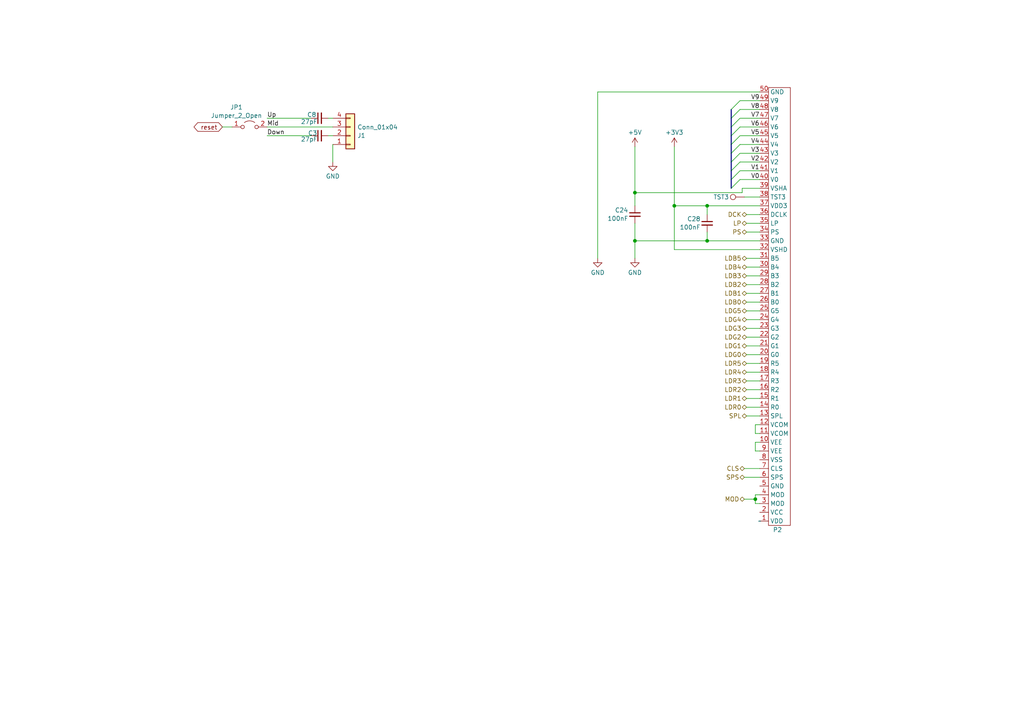
<source format=kicad_sch>
(kicad_sch (version 20231120) (generator "eeschema") (generator_version "8.0")
  (paper "A4")
  (title_block (title "CGB Reverse Engineer") (company "NatalieTheNerd.com"))
  (lib_symbols
    (symbol "CGB:Screen_CGB"
      (property "Reference" "P" (at 0 1.27 0))
      (symbol "Screen_CGB_0_0"
        (pin unspecified line (at 0 0 0) (length 2.54) (name "VDD") (number "1"))
        (pin unspecified line (at 0 -22.86 0) (length 2.54) (name "VEE") (number "10"))
        (pin unspecified line (at 0 -25.4 0) (length 2.54) (name "VCOM") (number "11"))
        (pin unspecified line (at 0 -27.94 0) (length 2.54) (name "VCOM") (number "12"))
        (pin unspecified line (at 0 -30.48 0) (length 2.54) (name "SPL") (number "13"))
        (pin unspecified line (at 0 -33.02 0) (length 2.54) (name "R0") (number "14"))
        (pin unspecified line (at 0 -35.56 0) (length 2.54) (name "R1") (number "15"))
        (pin unspecified line (at 0 -38.1 0) (length 2.54) (name "R2") (number "16"))
        (pin unspecified line (at 0 -40.64 0) (length 2.54) (name "R3") (number "17"))
        (pin unspecified line (at 0 -43.18 0) (length 2.54) (name "R4") (number "18"))
        (pin unspecified line (at 0 -45.72 0) (length 2.54) (name "R5") (number "19"))
        (pin unspecified line (at 0 -2.54 0) (length 2.54) (name "VCC") (number "2"))
        (pin unspecified line (at 0 -48.26 0) (length 2.54) (name "G0") (number "20"))
        (pin unspecified line (at 0 -50.8 0) (length 2.54) (name "G1") (number "21"))
        (pin unspecified line (at 0 -53.34 0) (length 2.54) (name "G2") (number "22"))
        (pin unspecified line (at 0 -55.88 0) (length 2.54) (name "G3") (number "23"))
        (pin unspecified line (at 0 -58.42 0) (length 2.54) (name "G4") (number "24"))
        (pin unspecified line (at 0 -60.96 0) (length 2.54) (name "G5") (number "25"))
        (pin unspecified line (at 0 -63.5 0) (length 2.54) (name "B0") (number "26"))
        (pin unspecified line (at 0 -66.04 0) (length 2.54) (name "B1") (number "27"))
        (pin unspecified line (at 0 -68.58 0) (length 2.54) (name "B2") (number "28"))
        (pin unspecified line (at 0 -71.12 0) (length 2.54) (name "B3") (number "29"))
        (pin unspecified line (at 0 -5.08 0) (length 2.54) (name "MOD") (number "3"))
        (pin unspecified line (at 0 -73.66 0) (length 2.54) (name "B4") (number "30"))
        (pin unspecified line (at 0 -76.2 0) (length 2.54) (name "B5") (number "31"))
        (pin unspecified line (at 0 -78.74 0) (length 2.54) (name "VSHD") (number "32"))
        (pin unspecified line (at 0 -81.28 0) (length 2.54) (name "GND") (number "33"))
        (pin unspecified line (at 0 -83.82 0) (length 2.54) (name "PS") (number "34"))
        (pin unspecified line (at 0 -86.36 0) (length 2.54) (name "LP") (number "35"))
        (pin unspecified line (at 0 -88.9 0) (length 2.54) (name "DCLK") (number "36"))
        (pin unspecified line (at 0 -91.44 0) (length 2.54) (name "VDD3") (number "37"))
        (pin unspecified line (at 0 -93.98 0) (length 2.54) (name "TST3") (number "38"))
        (pin unspecified line (at 0 -96.52 0) (length 2.54) (name "VSHA") (number "39"))
        (pin unspecified line (at 0 -7.62 0) (length 2.54) (name "MOD") (number "4"))
        (pin unspecified line (at 0 -99.06 0) (length 2.54) (name "V0") (number "40"))
        (pin unspecified line (at 0 -101.6 0) (length 2.54) (name "V1") (number "41"))
        (pin unspecified line (at 0 -104.14 0) (length 2.54) (name "V2") (number "42"))
        (pin unspecified line (at 0 -106.68 0) (length 2.54) (name "V3") (number "43"))
        (pin unspecified line (at 0 -109.22 0) (length 2.54) (name "V4") (number "44"))
        (pin unspecified line (at 0 -111.76 0) (length 2.54) (name "V5") (number "45"))
        (pin unspecified line (at 0 -114.3 0) (length 2.54) (name "V6") (number "46"))
        (pin unspecified line (at 0 -116.84 0) (length 2.54) (name "V7") (number "47"))
        (pin unspecified line (at 0 -119.38 0) (length 2.54) (name "V8") (number "48"))
        (pin unspecified line (at 0 -121.92 0) (length 2.54) (name "V9") (number "49"))
        (pin unspecified line (at 0 -10.16 0) (length 2.54) (name "GND") (number "5"))
        (pin unspecified line (at 0 -124.46 0) (length 2.54) (name "GND") (number "50"))
        (pin unspecified line (at 0 -12.7 0) (length 2.54) (name "SPS") (number "6"))
        (pin unspecified line (at 0 -15.24 0) (length 2.54) (name "CLS") (number "7"))
        (pin unspecified line (at 0 -17.78 0) (length 2.54) (name "VSS") (number "8"))
        (pin unspecified line (at 0 -20.32 0) (length 2.54) (name "VEE") (number "9"))
      )
      (symbol "Screen_CGB_0_1"
        (rectangle (start 2.54 1.27) (end 8.89 -125.73))
      )
    )
    (symbol "Connector:TestPoint" (pin_numbers hide) (pin_names (offset 0.762) hide)
      (property "Reference" "TP" (at 0 6.858 0))
      (property "Value" "TestPoint" (at 0 5.08 0))
      (symbol "TestPoint_0_1"
        (circle (center 0 3.302) (radius 0.762))
      )
      (symbol "TestPoint_1_1"
        (pin passive line (at 0 0 90) (length 2.54) (name "1") (number "1"))
      )
    )
    (symbol "Connector_Generic:Conn_01x04" (pin_names (offset 1.016) hide)
      (property "Reference" "J" (at 0 5.08 0))
      (property "Value" "Conn_01x04" (at 0 -7.62 0))
      (symbol "Conn_01x04_1_1"
        (rectangle (start -1.27 -4.953) (end 0 -5.207) (stroke (width 0.1524)))
        (rectangle (start -1.27 -2.413) (end 0 -2.667) (stroke (width 0.1524)))
        (rectangle (start -1.27 0.127) (end 0 -0.127) (stroke (width 0.1524)))
        (rectangle (start -1.27 2.667) (end 0 2.413) (stroke (width 0.1524)))
        (rectangle (start -1.27 3.81) (end 1.27 -6.35) (stroke (width 0.254)) (fill (type background)))
        (pin passive line (at -5.08 2.54 0) (length 3.81) (name "Pin_1") (number "1"))
        (pin passive line (at -5.08 0 0) (length 3.81) (name "Pin_2") (number "2"))
        (pin passive line (at -5.08 -2.54 0) (length 3.81) (name "Pin_3") (number "3"))
        (pin passive line (at -5.08 -5.08 0) (length 3.81) (name "Pin_4") (number "4"))
      )
    )
    (symbol "Device:C_Small" (pin_numbers hide) (pin_names (offset 0.254) hide)
      (property "Reference" "C" (at 0.254 1.778 0))
      (property "Value" "C_Small" (at 0.254 -2.032 0))
      (symbol "C_Small_0_1"
        (polyline (pts (xy -1.524 -0.508) (xy 1.524 -0.508)) (stroke (width 0.3302)))
        (polyline (pts (xy -1.524 0.508) (xy 1.524 0.508)) (stroke (width 0.3048)))
      )
      (symbol "C_Small_1_1"
        (pin passive line (at 0 2.54 270) (length 2.032) (name "~") (number "1"))
        (pin passive line (at 0 -2.54 90) (length 2.032) (name "~") (number "2"))
      )
    )
    (symbol "Jumper:Jumper_2_Open" (pin_names (offset 0) hide)
      (property "Reference" "JP" (at 0 2.794 0))
      (property "Value" "Jumper_2_Open" (at 0 -2.286 0))
      (symbol "Jumper_2_Open_0_0"
        (circle (center -2.032 0) (radius 0.508))
        (circle (center 2.032 0) (radius 0.508))
      )
      (symbol "Jumper_2_Open_0_1"
        (arc (start 1.524 1.27) (mid 0 1.778) (end -1.524 1.27))
      )
      (symbol "Jumper_2_Open_1_1"
        (pin passive line (at -5.08 0 0) (length 2.54) (name "A") (number "1"))
        (pin passive line (at 5.08 0 180) (length 2.54) (name "B") (number "2"))
      )
    )
    (symbol "power:+3V3" (power) (pin_names (offset 0))
      (property "Value" "+3V3" (at 0 3.556 0))
      (symbol "+3V3_0_1"
        (polyline (pts (xy -0.762 1.27) (xy 0 2.54)))
        (polyline (pts (xy 0 0) (xy 0 2.54)))
        (polyline (pts (xy 0 2.54) (xy 0.762 1.27)))
      )
      (symbol "+3V3_1_1"
        (pin power_in line (at 0 0 90) (length 0) hide (name "+3V3") (number "1"))
      )
    )
    (symbol "power:+5V" (power) (pin_names (offset 0))
      (property "Value" "+5V" (at 0 3.556 0))
      (symbol "+5V_0_1"
        (polyline (pts (xy -0.762 1.27) (xy 0 2.54)))
        (polyline (pts (xy 0 0) (xy 0 2.54)))
        (polyline (pts (xy 0 2.54) (xy 0.762 1.27)))
      )
      (symbol "+5V_1_1"
        (pin power_in line (at 0 0 90) (length 0) hide (name "+5V") (number "1"))
      )
    )
    (symbol "power:GND" (power) (pin_names (offset 0))
      (property "Value" "GND" (at 0 -3.81 0))
      (symbol "GND_0_1"
        (polyline (pts (xy 0 0) (xy 0 -1.27) (xy 1.27 -1.27) (xy 0 -2.54) (xy -1.27 -1.27) (xy 0 -1.27)))
      )
      (symbol "GND_1_1"
        (pin power_in line (at 0 0 270) (length 0) hide (name "GND") (number "1"))
      )
    )
  )
  (junction (at 219.075 144.78))
  (junction (at 205.105 69.85))
  (junction (at 205.105 59.69))
  (junction (at 184.15 69.85))
  (junction (at 195.58 59.69))
  (junction (at 184.15 55.88))
  (bus_entry (at 214.63 39.37) (size -2.54 2.54))
  (bus_entry (at 214.63 46.99) (size -2.54 2.54))
  (bus_entry (at 214.63 52.07) (size -2.54 2.54))
  (bus_entry (at 212.09 36.83) (size 2.54 -2.54))
  (bus_entry (at 214.63 49.53) (size -2.54 2.54))
  (bus_entry (at 214.63 44.45) (size -2.54 2.54))
  (bus_entry (at 212.09 39.37) (size 2.54 -2.54))
  (bus_entry (at 212.09 34.29) (size 2.54 -2.54))
  (bus_entry (at 214.63 41.91) (size -2.54 2.54))
  (bus_entry (at 212.09 31.75) (size 2.54 -2.54))
  (wire (pts (xy 219.075 128.27) (xy 219.075 130.81)))
  (wire (pts (xy 214.63 49.53) (xy 220.345 49.53)))
  (wire (pts (xy 220.345 128.27) (xy 219.075 128.27)))
  (wire (pts (xy 216.535 95.25) (xy 220.345 95.25)))
  (wire (pts (xy 216.535 67.31) (xy 220.345 67.31)))
  (bus (pts (xy 212.09 52.07) (xy 212.09 54.61)))
  (wire (pts (xy 215.265 55.88) (xy 184.15 55.88)))
  (wire (pts (xy 214.63 39.37) (xy 220.345 39.37)))
  (wire (pts (xy 77.47 36.83) (xy 96.52 36.83)))
  (wire (pts (xy 205.105 69.85) (xy 220.345 69.85)))
  (wire (pts (xy 95.25 39.37) (xy 96.52 39.37)))
  (wire (pts (xy 216.535 62.23) (xy 220.345 62.23)))
  (bus (pts (xy 212.09 46.99) (xy 212.09 49.53)))
  (wire (pts (xy 216.535 82.55) (xy 220.345 82.55)))
  (wire (pts (xy 195.58 72.39) (xy 220.345 72.39)))
  (wire (pts (xy 216.535 113.03) (xy 220.345 113.03)))
  (wire (pts (xy 216.535 97.79) (xy 220.345 97.79)))
  (wire (pts (xy 184.15 55.88) (xy 184.15 59.69)))
  (bus (pts (xy 212.09 36.83) (xy 212.09 39.37)))
  (wire (pts (xy 216.535 118.11) (xy 220.345 118.11)))
  (wire (pts (xy 77.47 34.29) (xy 90.17 34.29)))
  (wire (pts (xy 216.535 80.01) (xy 220.345 80.01)))
  (wire (pts (xy 216.535 105.41) (xy 220.345 105.41)))
  (wire (pts (xy 216.535 92.71) (xy 220.345 92.71)))
  (wire (pts (xy 184.15 69.85) (xy 205.105 69.85)))
  (wire (pts (xy 216.535 107.95) (xy 220.345 107.95)))
  (wire (pts (xy 219.075 125.73) (xy 220.345 125.73)))
  (wire (pts (xy 216.535 64.77) (xy 220.345 64.77)))
  (wire (pts (xy 214.63 29.21) (xy 220.345 29.21)))
  (wire (pts (xy 195.58 59.69) (xy 195.58 72.39)))
  (wire (pts (xy 216.535 85.09) (xy 220.345 85.09)))
  (wire (pts (xy 219.075 143.51) (xy 220.345 143.51)))
  (wire (pts (xy 219.075 146.05) (xy 220.345 146.05)))
  (wire (pts (xy 219.075 123.19) (xy 220.345 123.19)))
  (wire (pts (xy 95.25 34.29) (xy 96.52 34.29)))
  (wire (pts (xy 77.47 39.37) (xy 90.17 39.37)))
  (wire (pts (xy 195.58 59.69) (xy 205.105 59.69)))
  (wire (pts (xy 220.345 54.61) (xy 215.265 54.61)))
  (wire (pts (xy 215.265 54.61) (xy 215.265 55.88)))
  (bus (pts (xy 212.09 39.37) (xy 212.09 41.91)))
  (wire (pts (xy 216.535 110.49) (xy 220.345 110.49)))
  (wire (pts (xy 219.075 144.78) (xy 219.075 146.05)))
  (wire (pts (xy 214.63 41.91) (xy 220.345 41.91)))
  (wire (pts (xy 219.075 123.19) (xy 219.075 125.73)))
  (wire (pts (xy 216.535 77.47) (xy 220.345 77.47)))
  (bus (pts (xy 212.09 34.29) (xy 212.09 36.83)))
  (wire (pts (xy 96.52 46.99) (xy 96.52 41.91)))
  (bus (pts (xy 212.09 44.45) (xy 212.09 46.99)))
  (wire (pts (xy 214.63 31.75) (xy 220.345 31.75)))
  (wire (pts (xy 205.105 59.69) (xy 220.345 59.69)))
  (wire (pts (xy 214.63 36.83) (xy 220.345 36.83)))
  (wire (pts (xy 216.535 100.33) (xy 220.345 100.33)))
  (wire (pts (xy 216.535 87.63) (xy 220.345 87.63)))
  (bus (pts (xy 212.09 49.53) (xy 212.09 52.07)))
  (wire (pts (xy 195.58 42.545) (xy 195.58 59.69)))
  (wire (pts (xy 215.9 138.43) (xy 220.345 138.43)))
  (wire (pts (xy 216.535 90.17) (xy 220.345 90.17)))
  (wire (pts (xy 64.516 36.83) (xy 67.31 36.83)))
  (wire (pts (xy 216.535 102.87) (xy 220.345 102.87)))
  (wire (pts (xy 215.9 144.78) (xy 219.075 144.78)))
  (wire (pts (xy 216.535 120.65) (xy 220.345 120.65)))
  (wire (pts (xy 214.63 52.07) (xy 220.345 52.07)))
  (wire (pts (xy 184.15 42.545) (xy 184.15 55.88)))
  (wire (pts (xy 205.105 67.31) (xy 205.105 69.85)))
  (wire (pts (xy 214.63 44.45) (xy 220.345 44.45)))
  (wire (pts (xy 216.535 115.57) (xy 220.345 115.57)))
  (wire (pts (xy 214.63 34.29) (xy 220.345 34.29)))
  (wire (pts (xy 215.9 135.89) (xy 220.345 135.89)))
  (wire (pts (xy 205.105 62.23) (xy 205.105 59.69)))
  (wire (pts (xy 219.075 143.51) (xy 219.075 144.78)))
  (wire (pts (xy 215.9 57.15) (xy 220.345 57.15)))
  (wire (pts (xy 184.15 64.77) (xy 184.15 69.85)))
  (wire (pts (xy 214.63 46.99) (xy 220.345 46.99)))
  (wire (pts (xy 219.075 130.81) (xy 220.345 130.81)))
  (wire (pts (xy 173.355 26.67) (xy 173.355 74.93)))
  (wire (pts (xy 173.355 26.67) (xy 220.345 26.67)))
  (wire (pts (xy 184.15 74.93) (xy 184.15 69.85)))
  (wire (pts (xy 216.535 74.93) (xy 220.345 74.93)))
  (bus (pts (xy 212.09 41.91) (xy 212.09 44.45)))
  (bus (pts (xy 212.09 31.75) (xy 212.09 34.29)))
  (label "V9" (at 217.805 29.21 0))
  (label "V2" (at 217.805 46.99 0))
  (label "V6" (at 217.805 36.83 0))
  (label "V7" (at 217.805 34.29 0))
  (label "Mid" (at 77.47 36.83 0))
  (label "V8" (at 217.805 31.75 0))
  (label "V5" (at 217.805 39.37 0))
  (label "Down" (at 77.47 39.37 0))
  (label "V1" (at 217.805 49.53 0))
  (label "V0" (at 217.805 52.07 0))
  (label "V4" (at 217.805 41.91 0))
  (label "Up" (at 77.47 34.29 0))
  (label "V3" (at 217.805 44.45 0))
  (global_label "reset" (shape bidirectional) (at 64.516 36.83 180) (property "Intersheetrefs" "${INTERSHEET_REFS}" (effects (hide yes))))
  (hierarchical_label "PS" (shape bidirectional) (at 216.535 67.31 180))
  (hierarchical_label "LDG2" (shape bidirectional) (at 216.535 97.79 180))
  (hierarchical_label "LDB4" (shape bidirectional) (at 216.535 77.47 180))
  (hierarchical_label "LDG1" (shape bidirectional) (at 216.535 100.33 180))
  (hierarchical_label "LDB0" (shape bidirectional) (at 216.535 87.63 180))
  (hierarchical_label "DCK" (shape bidirectional) (at 216.535 62.23 180))
  (hierarchical_label "LDG4" (shape bidirectional) (at 216.535 92.71 180))
  (hierarchical_label "LDR0" (shape bidirectional) (at 216.535 118.11 180))
  (hierarchical_label "LDB2" (shape bidirectional) (at 216.535 82.55 180))
  (hierarchical_label "LP" (shape bidirectional) (at 216.535 64.77 180))
  (hierarchical_label "LDG5" (shape bidirectional) (at 216.535 90.17 180))
  (hierarchical_label "CLS" (shape bidirectional) (at 215.9 135.89 180))
  (hierarchical_label "LDB3" (shape bidirectional) (at 216.535 80.01 180))
  (hierarchical_label "LDB5" (shape bidirectional) (at 216.535 74.93 180))
  (hierarchical_label "LDR2" (shape bidirectional) (at 216.535 113.03 180))
  (hierarchical_label "LDR4" (shape bidirectional) (at 216.535 107.95 180))
  (hierarchical_label "LDG3" (shape bidirectional) (at 216.535 95.25 180))
  (hierarchical_label "LDG0" (shape bidirectional) (at 216.535 102.87 180))
  (hierarchical_label "LDB1" (shape bidirectional) (at 216.535 85.09 180))
  (hierarchical_label "MOD" (shape bidirectional) (at 215.9 144.78 180))
  (hierarchical_label "SPL" (shape bidirectional) (at 216.535 120.65 180))
  (hierarchical_label "LDR3" (shape bidirectional) (at 216.535 110.49 180))
  (hierarchical_label "LDR5" (shape bidirectional) (at 216.535 105.41 180))
  (hierarchical_label "LDR1" (shape bidirectional) (at 216.535 115.57 180))
  (hierarchical_label "SPS" (shape bidirectional) (at 215.9 138.43 180))
  (symbol (lib_id "Jumper:Jumper_2_Open") (at 72.39 36.83 0) (unit 1)
    (property "Reference" "JP1" (at 68.58 31.1037 0))
    (property "Value" "Jumper_2_Open" (at 68.58 33.528 0))
    (property "Footprint" "Jumper:SolderJumper-2_P1.3mm_Open_RoundedPad1.0x1.5mm" (effects (hide yes)))
    (property "Description" "Jumper, 2-pole, open" (effects (hide yes)))
  )
  (symbol (lib_id "Connector_Generic:Conn_01x04") (at 101.6 39.37 0) (mirror x) (unit 1)
    (property "Reference" "J1" (at 103.632 39.3122 0) (effects (justify left)))
    (property "Value" "Conn_01x04" (at 103.632 36.8879 0) (effects (justify left)))
    (property "Footprint" "customsym:Thumbwheel toggle switch" (effects (hide yes)))
    (property "Description" "Generic connector, single row, 01x04, script generated (kicad-library-utils/schlib/autogen/connector/)" (effects (hide yes)))
  )
  (symbol (lib_id "Device:C_Small") (at 205.105 64.77 0) (mirror y) (unit 1)
    (property "Reference" "C28" (at 203.2 63.5 0) (effects (justify left)))
    (property "Value" "100nF" (at 203.2 65.9242 0) (effects (justify left)))
    (property "Footprint" "Capacitor_SMD:C_0603_1608Metric" (effects (hide yes)))
  )
  (symbol (lib_id "CGB:Screen_CGB") (at 220.345 151.13 0) (mirror x) (unit 1)
    (property "Reference" "P2" (at 224.155 153.67 0) (effects (justify left)))
    (property "Value" "~" (at 220.345 151.13 0))
    (property "Footprint" "CGB:Screen CGB" (effects (hide yes)))
  )
  (symbol (lib_id "Device:C_Small") (at 184.15 62.23 0) (mirror y) (unit 1)
    (property "Reference" "C24" (at 182.245 60.96 0) (effects (justify left)))
    (property "Value" "100nF" (at 182.245 63.3842 0) (effects (justify left)))
    (property "Footprint" "Capacitor_SMD:C_0603_1608Metric" (effects (hide yes)))
  )
  (symbol (lib_id "power:+5V") (at 184.15 42.545 0) (unit 1)
    (property "Reference" "#PWR037" (effects (hide yes)))
    (property "Value" "+5V" (at 184.15 38.4119 0))
  )
  (symbol (lib_id "Device:C_Small") (at 92.71 34.29 90) (unit 1)
    (property "Reference" "C8" (at 90.424 33.274 90))
    (property "Value" "27pF" (at 89.662 35.306 90))
    (property "Footprint" "Resistor_SMD:R_0603_1608Metric" (effects (hide yes)))
    (property "Description" "Unpolarized capacitor, small symbol" (effects (hide yes)))
  )
  (symbol (lib_id "power:+3V3") (at 195.58 42.545 0) (unit 1)
    (property "Reference" "#PWR036" (effects (hide yes)))
    (property "Value" "+3V3" (at 195.58 38.4119 0))
  )
  (symbol (lib_id "power:GND") (at 96.52 46.99 0) (unit 1)
    (property "Reference" "#PWR017" (effects (hide yes)))
    (property "Value" "GND" (at 96.52 51.1231 0))
  )
  (symbol (lib_id "power:GND") (at 184.15 74.93 0) (unit 1)
    (property "Reference" "#PWR035" (effects (hide yes)))
    (property "Value" "GND" (at 184.15 79.0631 0))
  )
  (symbol (lib_id "Connector:TestPoint") (at 215.9 57.15 90) (unit 1)
    (property "Reference" "TST3" (at 211.455 57.15 90) (effects (justify left)))
    (property "Value" "TestPoint" (effects (hide yes)))
  )
  (symbol (lib_id "power:GND") (at 173.355 74.93 0) (unit 1)
    (property "Reference" "#PWR039" (effects (hide yes)))
    (property "Value" "GND" (at 173.355 79.0631 0))
  )
  (symbol (lib_id "Device:C_Small") (at 92.71 39.37 90) (unit 1)
    (property "Reference" "C3" (at 90.678 38.608 90))
    (property "Value" "27pF" (at 89.662 40.386 90))
    (property "Footprint" "Resistor_SMD:R_0603_1608Metric" (effects (hide yes)))
    (property "Description" "Unpolarized capacitor, small symbol" (effects (hide yes)))
  )
)
</source>
